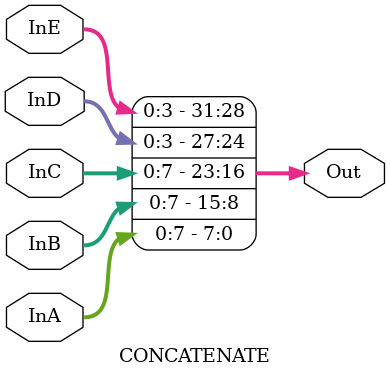
<source format=v>
module CONCATENATE(InA, InB, InC, InD, InE, Out);
  input[0:7] InA, InB, InC;
  input[0:3] InD, InE;
  output[0:31] Out;
  assign Out = {InE, InD, InC, InB, InA};
endmodule
</source>
